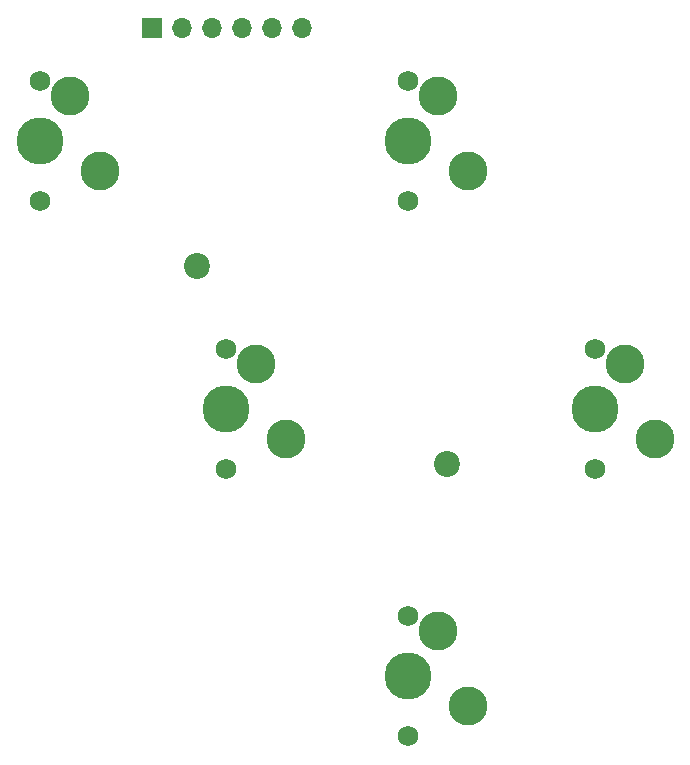
<source format=gbr>
%TF.GenerationSoftware,KiCad,Pcbnew,(6.0.7)*%
%TF.CreationDate,2023-01-05T19:36:49-06:00*%
%TF.ProjectId,OpenRectangle,4f70656e-5265-4637-9461-6e676c652e6b,rev?*%
%TF.SameCoordinates,Original*%
%TF.FileFunction,Soldermask,Top*%
%TF.FilePolarity,Negative*%
%FSLAX46Y46*%
G04 Gerber Fmt 4.6, Leading zero omitted, Abs format (unit mm)*
G04 Created by KiCad (PCBNEW (6.0.7)) date 2023-01-05 19:36:49*
%MOMM*%
%LPD*%
G01*
G04 APERTURE LIST*
%ADD10C,3.987800*%
%ADD11C,1.750000*%
%ADD12C,3.300000*%
%ADD13R,1.700000X1.700000*%
%ADD14O,1.700000X1.700000*%
%ADD15C,2.200000*%
G04 APERTURE END LIST*
D10*
%TO.C,SW18*%
X266952234Y-41809100D03*
D11*
X266952234Y-46889100D03*
X266952234Y-36729100D03*
D12*
X269492234Y-37999100D03*
X272032234Y-44349100D03*
%TD*%
D11*
%TO.C,SW16*%
X298137234Y-36729100D03*
X298137234Y-46889100D03*
D10*
X298137234Y-41809100D03*
D12*
X300677234Y-37999100D03*
X303217234Y-44349100D03*
%TD*%
D10*
%TO.C,SW17*%
X313907234Y-64496100D03*
D11*
X313907234Y-69576100D03*
X313907234Y-59416100D03*
D12*
X316447234Y-60686100D03*
X318987234Y-67036100D03*
%TD*%
D13*
%TO.C,J4*%
X276465100Y-32225600D03*
D14*
X279005100Y-32225600D03*
X281545100Y-32225600D03*
X284085100Y-32225600D03*
X286625100Y-32225600D03*
X289165100Y-32225600D03*
%TD*%
D11*
%TO.C,SW19*%
X282722234Y-59416100D03*
X282722234Y-69576100D03*
D10*
X282722234Y-64496100D03*
D12*
X285262234Y-60686100D03*
X287802234Y-67036100D03*
%TD*%
D15*
%TO.C,H7*%
X280250100Y-52390600D03*
%TD*%
%TO.C,H6*%
X301430100Y-69160600D03*
%TD*%
D11*
%TO.C,SW20*%
X298137234Y-82073100D03*
D10*
X298137234Y-87153100D03*
D11*
X298137234Y-92233100D03*
D12*
X300677234Y-83343100D03*
X303217234Y-89693100D03*
%TD*%
M02*

</source>
